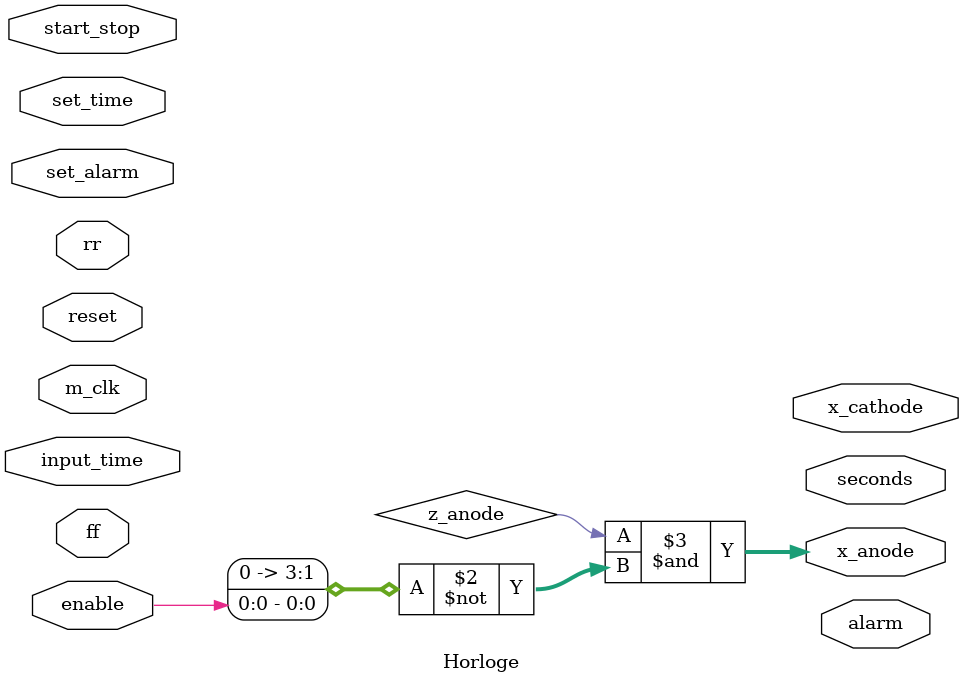
<source format=v>
`timescale 1ns / 1ps


module Horloge(
    input start_stop,
    input reset,
    input set_time,
    input set_alarm,
    input m_clk,
    input [13:0] input_time,
    output alarm,
    input ff,
    input rr,
    input enable,
    output seconds,
    output [3:0] x_anode,
    output [6:0] x_cathode
    );
    reg [13:0] current_time;
    reg [13:0] current_alarm;
    reg [3:0] digit1;
    reg [3:0] digit2;
    reg [3:0] digit3;
    reg [1:0] digit4;
    reg [5:0] counter;
    
    wire z_anode;
    wire b_clk, a_clk, t_clk, d_clk;
    
    assign x_anode = z_anode & (~enable);
    assign b_clk = ( (t_clk & ~ff & ~rr) | (ff & a_clk & ~rr) | (~ff & a_clk & rr) ) & enable;
    assign d_clk = enable & m_clk;
    
    always @(posedge b_clk) begin
        if(reset) 
            counter <= 6'b0;
        else if(counter == 6'd60)
            counter <= 6'b0;
        else if(start_stop)
            counter <= counter + 1;
    end
    
    always @(posedge d_clk) begin
        if(reset) begin
            digit1 <= 4'b0;
            digit2 <= 4'b0;
            digit3 <= 4'b0;
            digit4 <= 2'b0;   
        end else if(set_time) begin
            digit1 <= input_time[3:0];
            digit2 <= input_time[7:4];
            digit3 <= input_time[11:8];
            digit4 <= input_time[13:12];
        end else if(set_alarm) begin
            current_alarm <= input_time;
        end else if(start_stop) begin
            if(digit4 == 2'd2 && digit3 == 4'd4) begin
                digit1 <= 4'b0;
                digit2 <= 4'b0;
                digit3 <= 4'b0;
                digit4 <= 2'b0;
            end else begin
                if(counter == 6'd60) begin
                    digit1 <= digit1 + 1;
                end        
                if(digit1 == 4'd10) begin
                    digit2 <= digit2 + 1;
                    digit1 <= 4'b0;
                end
                if(digit2 == 4'd6) begin
                    digit3 <= digit3 + 1;
                    digit2 <= 4'b0;
                end
                if(digit3 == 4'd10) begin
                    digit4 <= digit4 + 1;
                    digit3 <= 4'b0;
                end
            end   
        end

    end    
   
    always @(posedge d_clk) begin
        current_time[3:0] <= digit1;
        current_time[7:4] <= digit2;
        current_time[11:8] <= digit3;
        current_time[13:12] <= digit4;
    end    
    
endmodule

</source>
